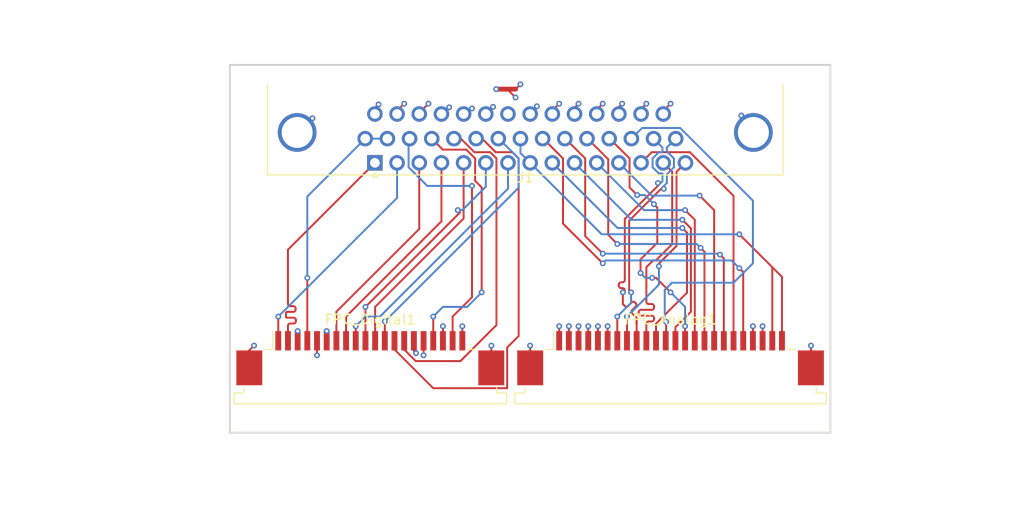
<source format=kicad_pcb>
(kicad_pcb (version 20241229) (generator "pcbnew") (generator_version "9.0")
  (layers (0 "F.Cu" signal) (4 "In1.Cu" signal) (6 "In2.Cu" signal) (2 "B.Cu" signal) (13 "F.Paste" user) (15 "B.Paste" user) (5 "F.SilkS" user "F.Silkscreen") (7 "B.SilkS" user "B.Silkscreen") (1 "F.Mask" user) (3 "B.Mask" user) (25 "Edge.Cuts" user))
  (net 0 "")
  (net 1 "AN2")
  (net 2 "sg_sense_1_FL+")
  (net 3 "AN4")
  (net 4 "GNDA")
  (net 5 "5V_ref")
  (net 6 "11V1")
  (net 7 "B-")
  (net 8 "AN7")
  (net 9 "AN1")
  (net 10 "AN9")
  (net 11 "AN10")
  (net 12 "sg1_excite")
  (net 13 "AN6")
  (net 14 "AN3")
  (net 15 "AN5")
  (net 16 "sg2_excite")
  (net 17 "sg_sense_2_FR+")
  (net 18 "AN8")
  (net 19 "D3")
  (net 20 "GNDD")
  (net 21 "GP{slash}Int2")
  (net 22 "D1")
  (net 23 "D5")
  (net 24 "D2")
  (net 25 "CAN +")
  (net 26 "I2C_SCL")
  (net 27 "5V")
  (net 28 "D6")
  (net 29 "D4")
  (net 30 "3V3 Teensy")
  (net 31 "GP{slash}Int1")
  (net 32 "CAN -")
  (net 33 "I2C_SDA")
  (net 34 "sg_sense_1_FL-")
  (net 35 "sg_sense_2_FR-")
  (footprint "Connector_FFC-FPC:TE_2-84953-4_1x24-1MP_P1.0mm_Horizontal" (layer "F.Cu") (at 170 101.8)
    (property "Reference" "FPC_Analog1" (at 0 -4 0) (layer "F.SilkS"))
    (property "Value" "Conn_01x24")
    (fp_line (start -16.07 3.6) (end -15.045 3.6) (stroke (width 0.12)) (layer "F.SilkS"))
    (fp_line (start -16.07 4.71) (end -16.07 3.6) (stroke (width 0.12)) (layer "F.SilkS"))
    (fp_line (start -15.045 3.6) (end -15.045 3.06) (stroke (width 0.12)) (layer "F.SilkS"))
    (fp_line (start -12.89 -0.91) (end -12.065 -0.91) (stroke (width 0.12)) (layer "F.SilkS"))
    (fp_line (start -12.065 -0.91) (end -12.065 -2.71) (stroke (width 0.12)) (layer "F.SilkS"))
    (fp_line (start 12.065 -0.91) (end 12.89 -0.91) (stroke (width 0.12)) (layer "F.SilkS"))
    (fp_line (start 15.045 3.06) (end 15.045 3.6) (stroke (width 0.12)) (layer "F.SilkS"))
    (fp_line (start 15.045 3.6) (end 16.07 3.6) (stroke (width 0.12)) (layer "F.SilkS"))
    (fp_line (start 16.07 3.6) (end 16.07 4.71) (stroke (width 0.12)) (layer "F.SilkS"))
    (fp_line (start 16.07 4.71) (end -16.07 4.71) (stroke (width 0.12)) (layer "F.SilkS"))
    (pad "1" smd rect (at -11.5 -1.8) (size 0.61 2) (layers "F.Cu" "F.Mask" "F.Paste") (net 4 "GNDA"))
    (pad "2" smd rect (at -10.5 -1.8) (size 0.61 2) (layers "F.Cu" "F.Mask" "F.Paste") (net 4 "GNDA"))
    (pad "3" smd rect (at -9.5 -1.8) (size 0.61 2) (layers "F.Cu" "F.Mask" "F.Paste") (net 4 "GNDA"))
    (pad "4" smd rect (at -8.5 -1.8) (size 0.61 2) (layers "F.Cu" "F.Mask" "F.Paste") (net 4 "GNDA"))
    (pad "5" smd rect (at -7.5 -1.8) (size 0.61 2) (layers "F.Cu" "F.Mask" "F.Paste") (net 16 "sg2_excite"))
    (pad "6" smd rect (at -6.5 -1.8) (size 0.61 2) (layers "F.Cu" "F.Mask" "F.Paste") (net 12 "sg1_excite"))
    (pad "7" smd rect (at -5.5 -1.8) (size 0.61 2) (layers "F.Cu" "F.Mask" "F.Paste") (net 35 "sg_sense_2_FR-"))
    (pad "8" smd rect (at -4.5 -1.8) (size 0.61 2) (layers "F.Cu" "F.Mask" "F.Paste") (net 34 "sg_sense_1_FL-"))
    (pad "9" smd rect (at -3.5 -1.8) (size 0.61 2) (layers "F.Cu" "F.Mask" "F.Paste") (net 17 "sg_sense_2_FR+"))
    (pad "10" smd rect (at -2.5 -1.8) (size 0.61 2) (layers "F.Cu" "F.Mask" "F.Paste") (net 2 "sg_sense_1_FL+"))
    (pad "11" smd rect (at -1.5 -1.8) (size 0.61 2) (layers "F.Cu" "F.Mask" "F.Paste") (net 15 "AN5"))
    (pad "12" smd rect (at -0.5 -1.8) (size 0.61 2) (layers "F.Cu" "F.Mask" "F.Paste") (net 13 "AN6"))
    (pad "13" smd rect (at 0.5 -1.8) (size 0.61 2) (layers "F.Cu" "F.Mask" "F.Paste") (net 3 "AN4"))
    (pad "14" smd rect (at 1.5 -1.8) (size 0.61 2) (layers "F.Cu" "F.Mask" "F.Paste") (net 8 "AN7"))
    (pad "15" smd rect (at 2.5 -1.8) (size 0.61 2) (layers "F.Cu" "F.Mask" "F.Paste") (net 14 "AN3"))
    (pad "16" smd rect (at 3.5 -1.8) (size 0.61 2) (layers "F.Cu" "F.Mask" "F.Paste") (net 18 "AN8"))
    (pad "17" smd rect (at 4.5 -1.8) (size 0.61 2) (layers "F.Cu" "F.Mask" "F.Paste") (net 1 "AN2"))
    (pad "18" smd rect (at 5.5 -1.8) (size 0.61 2) (layers "F.Cu" "F.Mask" "F.Paste") (net 10 "AN9"))
    (pad "19" smd rect (at 6.5 -1.8) (size 0.61 2) (layers "F.Cu" "F.Mask" "F.Paste") (net 9 "AN1"))
    (pad "20" smd rect (at 7.5 -1.8) (size 0.61 2) (layers "F.Cu" "F.Mask" "F.Paste") (net 11 "AN10"))
    (pad "21" smd rect (at 8.5 -1.8) (size 0.61 2) (layers "F.Cu" "F.Mask" "F.Paste") (net 5 "5V_ref"))
    (pad "22" smd rect (at 9.5 -1.8) (size 0.61 2) (layers "F.Cu" "F.Mask" "F.Paste") (net 7 "B-"))
    (pad "23" smd rect (at 10.5 -1.8) (size 0.61 2) (layers "F.Cu" "F.Mask" "F.Paste") (net 6 "11V1"))
    (pad "24" smd rect (at 11.5 -1.8) (size 0.61 2) (layers "F.Cu" "F.Mask" "F.Paste") (net 6 "11V1"))
    (pad "MP" smd rect (at -14.49 1) (size 2.68 3.6) (layers "F.Cu" "F.Mask" "F.Paste") (net 4 "GNDA"))
    (pad "MP" smd rect (at 14.49 1) (size 2.68 3.6) (layers "F.Cu" "F.Mask" "F.Paste") (net 4 "GNDA"))
  )
  (footprint "Connector_FFC-FPC:TE_2-84953-0_1x20-1MP_P1.0mm_Horizontal" (layer "F.Cu") (at 139 101.8)
    (property "Reference" "FPC_Digital1" (at 0 -4 0) (layer "F.SilkS"))
    (property "Value" "Conn_01x20")
    (fp_line (start -14.07 3.6) (end -13.045 3.6) (stroke (width 0.12)) (layer "F.SilkS"))
    (fp_line (start -14.07 4.71) (end -14.07 3.6) (stroke (width 0.12)) (layer "F.SilkS"))
    (fp_line (start -13.045 3.6) (end -13.045 3.06) (stroke (width 0.12)) (layer "F.SilkS"))
    (fp_line (start -10.89 -0.91) (end -10.065 -0.91) (stroke (width 0.12)) (layer "F.SilkS"))
    (fp_line (start -10.065 -0.91) (end -10.065 -2.71) (stroke (width 0.12)) (layer "F.SilkS"))
    (fp_line (start 10.065 -0.91) (end 10.89 -0.91) (stroke (width 0.12)) (layer "F.SilkS"))
    (fp_line (start 13.045 3.06) (end 13.045 3.6) (stroke (width 0.12)) (layer "F.SilkS"))
    (fp_line (start 13.045 3.6) (end 14.07 3.6) (stroke (width 0.12)) (layer "F.SilkS"))
    (fp_line (start 14.07 3.6) (end 14.07 4.71) (stroke (width 0.12)) (layer "F.SilkS"))
    (fp_line (start 14.07 4.71) (end -14.07 4.71) (stroke (width 0.12)) (layer "F.SilkS"))
    (pad "1" smd rect (at -9.5 -1.8) (size 0.61 2) (layers "F.Cu" "F.Mask" "F.Paste") (net 32 "CAN -"))
    (pad "2" smd rect (at -8.5 -1.8) (size 0.61 2) (layers "F.Cu" "F.Mask" "F.Paste") (net 25 "CAN +"))
    (pad "3" smd rect (at -7.5 -1.8) (size 0.61 2) (layers "F.Cu" "F.Mask" "F.Paste") (net 20 "GNDD"))
    (pad "4" smd rect (at -6.5 -1.8) (size 0.61 2) (layers "F.Cu" "F.Mask" "F.Paste") (net 30 "3V3 Teensy"))
    (pad "5" smd rect (at -5.5 -1.8) (size 0.61 2) (layers "F.Cu" "F.Mask" "F.Paste") (net 27 "5V"))
    (pad "6" smd rect (at -4.5 -1.8) (size 0.61 2) (layers "F.Cu" "F.Mask" "F.Paste") (net 20 "GNDD"))
    (pad "7" smd rect (at -3.5 -1.8) (size 0.61 2) (layers "F.Cu" "F.Mask" "F.Paste") (net 26 "I2C_SCL"))
    (pad "8" smd rect (at -2.5 -1.8) (size 0.61 2) (layers "F.Cu" "F.Mask" "F.Paste") (net 33 "I2C_SDA"))
    (pad "9" smd rect (at -1.5 -1.8) (size 0.61 2) (layers "F.Cu" "F.Mask" "F.Paste") (net 22 "D1"))
    (pad "10" smd rect (at -0.5 -1.8) (size 0.61 2) (layers "F.Cu" "F.Mask" "F.Paste") (net 24 "D2"))
    (pad "11" smd rect (at 0.5 -1.8) (size 0.61 2) (layers "F.Cu" "F.Mask" "F.Paste") (net 19 "D3"))
    (pad "12" smd rect (at 1.5 -1.8) (size 0.61 2) (layers "F.Cu" "F.Mask" "F.Paste") (net 29 "D4"))
    (pad "13" smd rect (at 2.5 -1.8) (size 0.61 2) (layers "F.Cu" "F.Mask" "F.Paste") (net 23 "D5"))
    (pad "14" smd rect (at 3.5 -1.8) (size 0.61 2) (layers "F.Cu" "F.Mask" "F.Paste") (net 28 "D6"))
    (pad "15" smd rect (at 4.5 -1.8) (size 0.61 2) (layers "F.Cu" "F.Mask" "F.Paste") (net 27 "5V"))
    (pad "16" smd rect (at 5.5 -1.8) (size 0.61 2) (layers "F.Cu" "F.Mask" "F.Paste") (net 20 "GNDD"))
    (pad "17" smd rect (at 6.5 -1.8) (size 0.61 2) (layers "F.Cu" "F.Mask" "F.Paste") (net 31 "GP{slash}Int1"))
    (pad "18" smd rect (at 7.5 -1.8) (size 0.61 2) (layers "F.Cu" "F.Mask" "F.Paste") (net 20 "GNDD"))
    (pad "19" smd rect (at 8.5 -1.8) (size 0.61 2) (layers "F.Cu" "F.Mask" "F.Paste") (net 21 "GP{slash}Int2"))
    (pad "20" smd rect (at 9.5 -1.8) (size 0.61 2) (layers "F.Cu" "F.Mask" "F.Paste") (net 20 "GNDD"))
    (pad "MP" smd rect (at -12.49 1) (size 2.68 3.6) (layers "F.Cu" "F.Mask" "F.Paste") (net 20 "GNDD"))
    (pad "MP" smd rect (at 12.49 1) (size 2.68 3.6) (layers "F.Cu" "F.Mask" "F.Paste") (net 20 "GNDD"))
  )
  (footprint "NetTie:NetTie-3_SMD_Pad0.5mm" (layer "F.Cu") (at 153 74)
    (property "Reference" "NT1" (hide yes))
    (property "Value" "NetTie_3_Tee" (hide yes))
    (fp_poly (pts (xy -1 -0.25) (xy 1 -0.25) (xy 1 0.25) (xy -1 0.25)) (fill yes) (layer "F.Cu"))
    (pad "1" smd circle (at -1 0) (size 0.5 0.5) (layers "F.Cu") (net 20 "GNDD"))
    (pad "2" smd circle (at 0 0) (size 0.5 0.5) (layers "F.Cu") (net 4 "GNDA"))
    (pad "3" smd circle (at 1 0) (size 0.5 0.5) (layers "F.Cu") (net 7 "B-"))
  )
  (footprint "jade_moon_footprints:female-DB44-TE-2311770-1-" (layer "F.Cu") (at 139.475 80.365 180)
    (property "Reference" "J1" (at -15.525 -2.77 0) (layer "F.SilkS"))
    (property "Value" "DB44_Female")
    (fp_line (start 11.085 -2.5) (end 11.085 6.77) (stroke (width 0.12)) (layer "F.SilkS"))
    (fp_line (start 0.25 -2.724338) (end 0 -2.291325) (stroke (width 0.12)) (layer "F.SilkS"))
    (fp_line (start 0 -2.291325) (end -0.25 -2.724338) (stroke (width 0.12)) (layer "F.SilkS"))
    (fp_line (start -0.25 -2.724338) (end 0.25 -2.724338) (stroke (width 0.12)) (layer "F.SilkS"))
    (fp_line (start -42.135 6.77) (end -42.135 -2.5) (stroke (width 0.12)) (layer "F.SilkS"))
    (fp_line (start -42.135 -2.5) (end 11.085 -2.5) (stroke (width 0.12)) (layer "F.SilkS"))
    (pad "0" thru_hole circle (at -39.075 1.89 180) (size 4 4) (drill 3.2) (layers "*.Cu" "*.Mask") (net 4 "GNDA"))
    (pad "0" thru_hole circle (at 8.025 1.89 180) (size 4 4) (drill 3.2) (layers "*.Cu" "*.Mask") (net 20 "GNDD"))
    (pad "1" thru_hole rect (at 0 -1.25 180) (size 1.6 1.6) (drill 1) (layers "*.Cu" "*.Mask") (net 25 "CAN +"))
    (pad "2" thru_hole circle (at -2.29 -1.25 180) (size 1.6 1.6) (drill 1) (layers "*.Cu" "*.Mask") (net 32 "CAN -"))
    (pad "3" thru_hole circle (at -4.58 -1.25 180) (size 1.6 1.6) (drill 1) (layers "*.Cu" "*.Mask") (net 26 "I2C_SCL"))
    (pad "4" thru_hole circle (at -6.87 -1.25 180) (size 1.6 1.6) (drill 1) (layers "*.Cu" "*.Mask") (net 33 "I2C_SDA"))
    (pad "5" thru_hole circle (at -9.16 -1.25 180) (size 1.6 1.6) (drill 1) (layers "*.Cu" "*.Mask") (net 19 "D3"))
    (pad "6" thru_hole circle (at -11.45 -1.25 180) (size 1.6 1.6) (drill 1) (layers "*.Cu" "*.Mask") (net 24 "D2"))
    (pad "7" thru_hole circle (at -13.74 -1.25 180) (size 1.6 1.6) (drill 1) (layers "*.Cu" "*.Mask") (net 22 "D1"))
    (pad "8" thru_hole circle (at -16.03 -1.25 180) (size 1.6 1.6) (drill 1) (layers "*.Cu" "*.Mask") (net 6 "11V1"))
    (pad "9" thru_hole circle (at -18.32 -1.25 180) (size 1.6 1.6) (drill 1) (layers "*.Cu" "*.Mask") (net 15 "AN5"))
    (pad "10" thru_hole circle (at -20.61 -1.25 180) (size 1.6 1.6) (drill 1) (layers "*.Cu" "*.Mask") (net 3 "AN4"))
    (pad "11" thru_hole circle (at -22.9 -1.25 180) (size 1.6 1.6) (drill 1) (layers "*.Cu" "*.Mask") (net 14 "AN3"))
    (pad "12" thru_hole circle (at -25.19 -1.25 180) (size 1.6 1.6) (drill 1) (layers "*.Cu" "*.Mask") (net 1 "AN2"))
    (pad "13" thru_hole circle (at -27.48 -1.25 180) (size 1.6 1.6) (drill 1) (layers "*.Cu" "*.Mask") (net 9 "AN1"))
    (pad "14" thru_hole circle (at -29.77 -1.25 180) (size 1.6 1.6) (drill 1) (layers "*.Cu" "*.Mask") (net 2 "sg_sense_1_FL+"))
    (pad "15" thru_hole circle (at -32.06 -1.25 180) (size 1.6 1.6) (drill 1) (layers "*.Cu" "*.Mask") (net 34 "sg_sense_1_FL-"))
    (pad "16" thru_hole circle (at 1 1.25 180) (size 1.6 1.6) (drill 1) (layers "*.Cu" "*.Mask") (net 30 "3V3 Teensy"))
    (pad "17" thru_hole circle (at -1.29 1.25 180) (size 1.6 1.6) (drill 1) (layers "*.Cu" "*.Mask") (net 30 "3V3 Teensy"))
    (pad "18" thru_hole circle (at -3.58 1.25 180) (size 1.6 1.6) (drill 1) (layers "*.Cu" "*.Mask") (net 21 "GP{slash}Int2"))
    (pad "19" thru_hole circle (at -5.87 1.25 180) (size 1.6 1.6) (drill 1) (layers "*.Cu" "*.Mask") (net 31 "GP{slash}Int1"))
    (pad "20" thru_hole circle (at -8.16 1.25 180) (size 1.6 1.6) (drill 1) (layers "*.Cu" "*.Mask") (net 28 "D6"))
    (pad "21" thru_hole circle (at -10.45 1.25 180) (size 1.6 1.6) (drill 1) (layers "*.Cu" "*.Mask") (net 23 "D5"))
    (pad "22" thru_hole circle (at -12.74 1.25 180) (size 1.6 1.6) (drill 1) (layers "*.Cu" "*.Mask") (net 29 "D4"))
    (pad "23" thru_hole circle (at -15.03 1.25 180) (size 1.6 1.6) (drill 1) (layers "*.Cu" "*.Mask") (net 6 "11V1"))
    (pad "24" thru_hole circle (at -17.32 1.25 180) (size 1.6 1.6) (drill 1) (layers "*.Cu" "*.Mask") (net 11 "AN10"))
    (pad "25" thru_hole circle (at -19.61 1.25 180) (size 1.6 1.6) (drill 1) (layers "*.Cu" "*.Mask") (net 10 "AN9"))
    (pad "26" thru_hole circle (at -21.9 1.25 180) (size 1.6 1.6) (drill 1) (layers "*.Cu" "*.Mask") (net 18 "AN8"))
    (pad "27" thru_hole circle (at -24.19 1.25 180) (size 1.6 1.6) (drill 1) (layers "*.Cu" "*.Mask") (net 8 "AN7"))
    (pad "28" thru_hole circle (at -26.48 1.25 180) (size 1.6 1.6) (drill 1) (layers "*.Cu" "*.Mask") (net 13 "AN6"))
    (pad "29" thru_hole circle (at -28.77 1.25 180) (size 1.6 1.6) (drill 1) (layers "*.Cu" "*.Mask") (net 17 "sg_sense_2_FR+"))
    (pad "30" thru_hole circle (at -31.06 1.25 180) (size 1.6 1.6) (drill 1) (layers "*.Cu" "*.Mask") (net 35 "sg_sense_2_FR-"))
    (pad "31" thru_hole circle (at 0 3.8 180) (size 1.6 1.6) (drill 1) (layers "*.Cu" "*.Mask") (net 20 "GNDD"))
    (pad "32" thru_hole circle (at -2.29 3.8 180) (size 1.6 1.6) (drill 1) (layers "*.Cu" "*.Mask") (net 20 "GNDD"))
    (pad "33" thru_hole circle (at -4.58 3.8 180) (size 1.6 1.6) (drill 1) (layers "*.Cu" "*.Mask") (net 20 "GNDD"))
    (pad "34" thru_hole circle (at -6.87 3.8 180) (size 1.6 1.6) (drill 1) (layers "*.Cu" "*.Mask") (net 20 "GNDD"))
    (pad "35" thru_hole circle (at -9.16 3.8 180) (size 1.6 1.6) (drill 1) (layers "*.Cu" "*.Mask") (net 27 "5V"))
    (pad "36" thru_hole circle (at -11.45 3.8 180) (size 1.6 1.6) (drill 1) (layers "*.Cu" "*.Mask") (net 27 "5V"))
    (pad "37" thru_hole circle (at -13.74 3.8 180) (size 1.6 1.6) (drill 1) (layers "*.Cu" "*.Mask") (net 7 "B-"))
    (pad "38" thru_hole circle (at -16.03 3.8 180) (size 1.6 1.6) (drill 1) (layers "*.Cu" "*.Mask") (net 27 "5V"))
    (pad "39" thru_hole circle (at -18.32 3.8 180) (size 1.6 1.6) (drill 1) (layers "*.Cu" "*.Mask") (net 4 "GNDA"))
    (pad "40" thru_hole circle (at -20.61 3.8 180) (size 1.6 1.6) (drill 1) (layers "*.Cu" "*.Mask") (net 4 "GNDA"))
    (pad "41" thru_hole circle (at -22.9 3.8 180) (size 1.6 1.6) (drill 1) (layers "*.Cu" "*.Mask") (net 4 "GNDA"))
    (pad "42" thru_hole circle (at -25.19 3.8 180) (size 1.6 1.6) (drill 1) (layers "*.Cu" "*.Mask") (net 4 "GNDA"))
    (pad "43" thru_hole circle (at -27.48 3.8 180) (size 1.6 1.6) (drill 1) (layers "*.Cu" "*.Mask") (net 12 "sg1_excite"))
    (pad "44" thru_hole circle (at -29.77 3.8 180) (size 1.6 1.6) (drill 1) (layers "*.Cu" "*.Mask") (net 16 "sg2_excite"))
  )
  (gr_line (start 186.5 71.5) (end 124.5 71.5) (stroke (width 0.2)) (layer "Edge.Cuts"))
  (gr_line (start 124.5 71.5) (end 124.5 109.5) (stroke (width 0.2)) (layer "Edge.Cuts"))
  (gr_line (start 186.5 109.5) (end 186.5 71.5) (stroke (width 0.2)) (layer "Edge.Cuts"))
  (gr_line (start 124.5 109.5) (end 186.5 109.5) (stroke (width 0.2)) (layer "Edge.Cuts"))
  (segment (start 173 85) (end 174.5 86.5) (width 0.2) (layer "F.Cu") (net 1))
  (segment (start 174.5 86.5) (end 174.5 100) (width 0.2) (layer "F.Cu") (net 1))
  (via (at 173 85) (size 0.6) (drill 0.3) (layers "F.Cu" "B.Cu") (net 1))
  (segment (start 168.05 85) (end 173 85) (width 0.2) (layer "B.Cu") (net 1))
  (segment (start 164.665 81.615) (end 168.05 85) (width 0.2) (layer "B.Cu") (net 1))
  (segment (start 167.74 96.803901) (end 168.053859 96.803901) (width 0.2) (layer "F.Cu") (net 2))
  (segment (start 167.5 100) (end 167.5 98.243901) (width 0.2) (layer "F.Cu") (net 2))
  (segment (start 168.199479 91.699479) (end 168.482322 91.699479) (width 0.2) (layer "F.Cu") (net 2))
  (segment (start 168.293859 96.563901) (end 168.293859 96.443901) (width 0.2) (layer "F.Cu") (net 2))
  (segment (start 168.053871 97.403901) (end 167.74 97.403901) (width 0.2) (layer "F.Cu") (net 2))
  (segment (start 167.74 97.403901) (end 167.5 97.403901) (width 0.2) (layer "F.Cu") (net 2))
  (segment (start 166.706129 97.163901) (end 166.706129 97.043901) (width 0.2) (layer "F.Cu") (net 2))
  (segment (start 167.5 95.843901) (end 167.5 94.487804) (width 0.2) (layer "F.Cu") (net 2))
  (segment (start 167.5 95.963901) (end 167.5 95.843901) (width 0.2) (layer "F.Cu") (net 2))
  (segment (start 168.293871 97.763901) (end 168.293871 97.643901) (width 0.2) (layer "F.Cu") (net 2))
  (segment (start 166.946129 96.803901) (end 167.5 96.803901) (width 0.2) (layer "F.Cu") (net 2))
  (segment (start 170.164999 90.016802) (end 170.164999 82.534999) (width 0.2) (layer "F.Cu") (net 2))
  (segment (start 167.5 94.487804) (end 167.5 92.398958) (width 0.2) (layer "F.Cu") (net 2))
  (segment (start 168.482322 91.699479) (end 170.164999 90.016802) (width 0.2) (layer "F.Cu") (net 2))
  (segment (start 167.5 97.403901) (end 166.946129 97.403901) (width 0.2) (layer "F.Cu") (net 2))
  (segment (start 167.5 96.803901) (end 167.74 96.803901) (width 0.2) (layer "F.Cu") (net 2))
  (segment (start 167.5 92.398958) (end 168.199479 91.699479) (width 0.2) (layer "F.Cu") (net 2))
  (segment (start 167.74 98.003901) (end 168.053871 98.003901) (width 0.2) (layer "F.Cu") (net 2))
  (segment (start 170.164999 82.534999) (end 169.245 81.615) (width 0.2) (layer "F.Cu") (net 2))
  (segment (start 168.053859 96.203901) (end 167.74 96.203901) (width 0.2) (layer "F.Cu") (net 2))
  (arc (start 168.053871 98.003901) (mid 168.223577 97.933607) (end 168.293871 97.763901) (width 0.2) (layer "F.Cu") (net 2))
  (arc (start 167.5 98.243901) (mid 167.570294 98.074195) (end 167.74 98.003901) (width 0.2) (layer "F.Cu") (net 2))
  (arc (start 166.946129 97.403901) (mid 166.776423 97.333607) (end 166.706129 97.163901) (width 0.2) (layer "F.Cu") (net 2))
  (arc (start 168.293859 96.443901) (mid 168.223565 96.274195) (end 168.053859 96.203901) (width 0.2) (layer "F.Cu") (net 2))
  (arc (start 167.74 96.203901) (mid 167.570294 96.133607) (end 167.5 95.963901) (width 0.2) (layer "F.Cu") (net 2))
  (arc (start 168.293871 97.643901) (mid 168.223577 97.474195) (end 168.053871 97.403901) (width 0.2) (layer "F.Cu") (net 2))
  (arc (start 168.053859 96.803901) (mid 168.223565 96.733607) (end 168.293859 96.563901) (width 0.2) (layer "F.Cu") (net 2))
  (arc (start 166.706129 97.043901) (mid 166.776423 96.874195) (end 166.946129 96.803901) (width 0.2) (layer "F.Cu") (net 2))
  (segment (start 172.099 88.383999) (end 172.099 97) (width 0.2) (layer "F.Cu") (net 3))
  (segment (start 170.5 98.599) (end 170.5 100) (width 0.2) (layer "F.Cu") (net 3))
  (segment (start 172.099 97) (end 170.5 98.599) (width 0.2) (layer "F.Cu") (net 3))
  (segment (start 171.215001 87.5) (end 172.099 88.383999) (width 0.2) (layer "F.Cu") (net 3))
  (via (at 171.215001 87.5) (size 0.6) (drill 0.3) (layers "F.Cu" "B.Cu") (net 3))
  (segment (start 165.97 87.5) (end 171.215001 87.5) (width 0.2) (layer "B.Cu") (net 3))
  (segment (start 160.085 81.615) (end 165.97 87.5) (width 0.2) (layer "B.Cu") (net 3))
  (segment (start 157.795 76.565) (end 157.795 76.205) (width 0.2) (layer "F.Cu") (net 4))
  (segment (start 178.55 78.475) (end 178.55 77.970321) (width 0.2) (layer "F.Cu") (net 4))
  (segment (start 155.51 102.8) (end 155.51 100.51) (width 0.2) (layer "F.Cu") (net 4))
  (segment (start 164.665 76.565) (end 164.665 75.835) (width 0.2) (layer "F.Cu") (net 4))
  (segment (start 160.5 100) (end 160.5 98.5) (width 0.2) (layer "F.Cu") (net 4))
  (segment (start 184.49 100.51) (end 184.5 100.5) (width 0.2) (layer "F.Cu") (net 4))
  (segment (start 153 74) (end 153.136 74) (width 0.2) (layer "F.Cu") (net 4))
  (segment (start 160.085 75.915) (end 160.5 75.5) (width 0.2) (layer "F.Cu") (net 4))
  (segment (start 178.55 77.970321) (end 177.303148 76.723469) (width 0.2) (layer "F.Cu") (net 4))
  (segment (start 164.665 75.835) (end 165 75.5) (width 0.2) (layer "F.Cu") (net 4))
  (segment (start 153.136 74) (end 154 74.864) (width 0.2) (layer "F.Cu") (net 4))
  (segment (start 160.085 76.565) (end 160.085 75.915) (width 0.2) (layer "F.Cu") (net 4))
  (segment (start 158.5 100) (end 158.5 98.5) (width 0.2) (layer "F.Cu") (net 4))
  (segment (start 162.375 76.125) (end 163 75.5) (width 0.2) (layer "F.Cu") (net 4))
  (segment (start 159.5 100) (end 159.5 98.5) (width 0.2) (layer "F.Cu") (net 4))
  (segment (start 184.49 102.8) (end 184.49 100.51) (width 0.2) (layer "F.Cu") (net 4))
  (segment (start 161.5 100) (end 161.5 98.5) (width 0.2) (layer "F.Cu") (net 4))
  (segment (start 155.51 100.51) (end 155.5 100.5) (width 0.2) (layer "F.Cu") (net 4))
  (segment (start 162.375 76.565) (end 162.375 76.125) (width 0.2) (layer "F.Cu") (net 4))
  (segment (start 157.795 76.205) (end 158.5 75.5) (width 0.2) (layer "F.Cu") (net 4))
  (via (at 184.5 100.5) (size 0.6) (drill 0.3) (layers "F.Cu" "B.Cu") (net 4))
  (via (at 161.5 98.5) (size 0.6) (drill 0.3) (layers "F.Cu" "B.Cu") (net 4))
  (via (at 154 74.864) (size 0.6) (drill 0.3) (layers "F.Cu" "B.Cu") (net 4))
  (via (at 158.5 75.5) (size 0.6) (drill 0.3) (layers "F.Cu" "B.Cu") (net 4))
  (via (at 159.5 98.5) (size 0.6) (drill 0.3) (layers "F.Cu" "B.Cu") (net 4))
  (via (at 155.5 100.5) (size 0.6) (drill 0.3) (layers "F.Cu" "B.Cu") (net 4))
  (via (at 165 75.5) (size 0.6) (drill 0.3) (layers "F.Cu" "B.Cu") (net 4))
  (via (at 158.5 98.5) (size 0.6) (drill 0.3) (layers "F.Cu" "B.Cu") (net 4))
  (via (at 160.5 75.5) (size 0.6) (drill 0.3) (layers "F.Cu" "B.Cu") (net 4))
  (via (at 160.5 98.5) (size 0.6) (drill 0.3) (layers "F.Cu" "B.Cu") (net 4))
  (via (at 177.303148 76.723469) (size 0.6) (drill 0.3) (layers "F.Cu" "B.Cu") (net 4))
  (via (at 163 75.5) (size 0.6) (drill 0.3) (layers "F.Cu" "B.Cu") (net 4))
  (segment (start 178.5 100) (end 178.5 98.5) (width 0.2) (layer "F.Cu") (net 5))
  (via (at 178.5 98.5) (size 0.6) (drill 0.3) (layers "F.Cu" "B.Cu") (net 5))
  (segment (start 181.5 93.4) (end 180.5 92.4) (width 0.2) (layer "F.Cu") (net 6))
  (segment (start 180.5 92.4) (end 180.5 100) (width 0.2) (layer "F.Cu") (net 6))
  (segment (start 177.1 89) (end 180.5 92.4) (width 0.2) (layer "F.Cu") (net 6))
  (segment (start 181.5 100) (end 181.5 93.4) (width 0.2) (layer "F.Cu") (net 6))
  (via (at 177.1 89) (size 0.6) (drill 0.3) (layers "F.Cu" "B.Cu") (net 6))
  (segment (start 155.505 81.615) (end 162.89 89) (width 0.2) (layer "B.Cu") (net 6))
  (segment (start 154.505 79.115) (end 154.505 80.615) (width 0.2) (layer "B.Cu") (net 6))
  (segment (start 162.89 89) (end 177.1 89) (width 0.2) (layer "B.Cu") (net 6))
  (segment (start 154.505 80.615) (end 155.505 81.615) (width 0.2) (layer "B.Cu") (net 6))
  (segment (start 179.5 100) (end 179.5 98.5) (width 0.2) (layer "F.Cu") (net 7))
  (segment (start 154 74) (end 154.5 73.5) (width 0.2) (layer "F.Cu") (net 7))
  (via (at 154.5 73.5) (size 0.6) (drill 0.3) (layers "F.Cu" "B.Cu") (net 7))
  (via (at 179.5 98.5) (size 0.6) (drill 0.3) (layers "F.Cu" "B.Cu") (net 7))
  (segment (start 166.9 93) (end 166.9 91.6) (width 0.2) (layer "F.Cu") (net 8))
  (segment (start 168.5 93.5) (end 170 95) (width 0.2) (layer "F.Cu") (net 8))
  (segment (start 163.72205 79.115) (end 165.766 81.15895) (width 0.2) (layer "F.Cu") (net 8))
  (segment (start 165.766 81.15895) (end 165.766 84.15747) (width 0.2) (layer "F.Cu") (net 8))
  (segment (start 168.1 93.5) (end 168.5 93.5) (width 0.2) (layer "F.Cu") (net 8))
  (segment (start 171.5 98.5) (end 171.5 100) (width 0.2) (layer "F.Cu") (net 8))
  (segment (start 168.629276 89.870724) (end 168.629276 86.236001) (width 0.2) (layer "F.Cu") (net 8))
  (segment (start 165.766 84.15747) (end 166.554265 84.945735) (width 0.2) (layer "F.Cu") (net 8))
  (segment (start 166.9 91.6) (end 168.629276 89.870724) (width 0.2) (layer "F.Cu") (net 8))
  (segment (start 168.629276 86.236001) (end 168.280002 85.886727) (width 0.2) (layer "F.Cu") (net 8))
  (segment (start 163.665 79.115) (end 163.72205 79.115) (width 0.2) (layer "F.Cu") (net 8))
  (via (at 166.554265 84.945735) (size 0.6) (drill 0.3) (layers "F.Cu" "B.Cu") (net 8))
  (via (at 170 95) (size 0.6) (drill 0.3) (layers "F.Cu" "B.Cu") (net 8))
  (via (at 171.5 98.5) (size 0.6) (drill 0.3) (layers "F.Cu" "B.Cu") (net 8))
  (via (at 168.1 93.5) (size 0.6) (drill 0.3) (layers "F.Cu" "B.Cu") (net 8))
  (via (at 168.280002 85.886727) (size 0.6) (drill 0.3) (layers "F.Cu" "B.Cu") (net 8))
  (via (at 166.9 93) (size 0.6) (drill 0.3) (layers "F.Cu" "B.Cu") (net 8))
  (segment (start 170 95) (end 171.5 96.5) (width 0.2) (layer "B.Cu") (net 8))
  (segment (start 167.4 93.5) (end 168.1 93.5) (width 0.2) (layer "B.Cu") (net 8))
  (segment (start 167.33901 84.945735) (end 168.280002 85.886727) (width 0.2) (layer "B.Cu") (net 8))
  (segment (start 171.5 96.5) (end 171.5 98.5) (width 0.2) (layer "B.Cu") (net 8))
  (segment (start 166.554265 84.945735) (end 167.33901 84.945735) (width 0.2) (layer "B.Cu") (net 8))
  (segment (start 166.9 93) (end 167.4 93.5) (width 0.2) (layer "B.Cu") (net 8))
  (segment (start 171.99105 80.514) (end 176.5 85.02295) (width 0.2) (layer "F.Cu") (net 9))
  (segment (start 166.955 81.615) (end 168.056 80.514) (width 0.2) (layer "F.Cu") (net 9))
  (segment (start 168.056 80.514) (end 171.99105 80.514) (width 0.2) (layer "F.Cu") (net 9))
  (segment (start 176.5 85.02295) (end 176.5 100) (width 0.2) (layer "F.Cu") (net 9))
  (segment (start 175.5 91.499521) (end 175.5 100) (width 0.2) (layer "F.Cu") (net 10))
  (segment (start 159.085 79.115) (end 159.14205 79.115) (width 0.2) (layer "F.Cu") (net 10))
  (segment (start 175.1 91.099521) (end 175.5 91.499521) (width 0.2) (layer "F.Cu") (net 10))
  (segment (start 161.186 89.186) (end 163 91) (width 0.2) (layer "F.Cu") (net 10))
  (segment (start 159.14205 79.115) (end 161.186 81.15895) (width 0.2) (layer "F.Cu") (net 10))
  (segment (start 161.186 81.15895) (end 161.186 89.186) (width 0.2) (layer "F.Cu") (net 10))
  (via (at 163 91) (size 0.6) (drill 0.3) (layers "F.Cu" "B.Cu") (net 10))
  (via (at 175.1 91.099521) (size 0.6) (drill 0.3) (layers "F.Cu" "B.Cu") (net 10))
  (segment (start 163 91) (end 175.000479 91) (width 0.2) (layer "B.Cu") (net 10))
  (segment (start 175.000479 91) (end 175.1 91.099521) (width 0.2) (layer "B.Cu") (net 10))
  (segment (start 156.795 79.115) (end 156.85205 79.115) (width 0.2) (layer "F.Cu") (net 11))
  (segment (start 177.5 92.9) (end 177.5 100) (width 0.2) (layer "F.Cu") (net 11))
  (segment (start 158.896 87.896) (end 163 92) (width 0.2) (layer "F.Cu") (net 11))
  (segment (start 156.85205 79.115) (end 158.896 81.15895) (width 0.2) (layer "F.Cu") (net 11))
  (segment (start 158.896 81.15895) (end 158.896 87.896) (width 0.2) (layer "F.Cu") (net 11))
  (segment (start 177.1 92.5) (end 177.5 92.9) (width 0.2) (layer "F.Cu") (net 11))
  (via (at 177.1 92.5) (size 0.6) (drill 0.3) (layers "F.Cu" "B.Cu") (net 11))
  (via (at 163 92) (size 0.6) (drill 0.3) (layers "F.Cu" "B.Cu") (net 11))
  (segment (start 176.299521 91.699521) (end 177.1 92.5) (width 0.2) (layer "B.Cu") (net 11))
  (segment (start 163.300479 91.699521) (end 176.299521 91.699521) (width 0.2) (layer "B.Cu") (net 11))
  (segment (start 163 92) (end 163.300479 91.699521) (width 0.2) (layer "B.Cu") (net 11))
  (segment (start 166.955 76.565) (end 166.955 76.045) (width 0.2) (layer "F.Cu") (net 12))
  (segment (start 166.955 76.045) (end 167.5 75.5) (width 0.2) (layer "F.Cu") (net 12))
  (segment (start 163.5 100) (end 163.5 98.5) (width 0.2) (layer "F.Cu") (net 12))
  (via (at 167.5 75.5) (size 0.6) (drill 0.3) (layers "F.Cu" "B.Cu") (net 12))
  (via (at 163.5 98.5) (size 0.6) (drill 0.3) (layers "F.Cu" "B.Cu") (net 12))
  (segment (start 169.539243 98.039243) (end 169.539243 99.960757) (width 0.2) (layer "F.Cu") (net 13))
  (segment (start 169.539243 99.960757) (end 169.5 100) (width 0.2) (layer "F.Cu") (net 13))
  (via (at 169.539243 98.039243) (size 0.6) (drill 0.3) (layers "F.Cu" "B.Cu") (net 13))
  (segment (start 178.5 92) (end 176.5 94) (width 0.2) (layer "B.Cu") (net 13))
  (segment (start 167.056 78.014) (end 170.99105 78.014) (width 0.2) (layer "B.Cu") (net 13))
  (segment (start 170.99105 78.014) (end 178.5 85.52295) (width 0.2) (layer "B.Cu") (net 13))
  (segment (start 178.5 91.5) (end 178.5 92) (width 0.2) (layer "B.Cu") (net 13))
  (segment (start 178.5 85.52295) (end 178.5 91.5) (width 0.2) (layer "B.Cu") (net 13))
  (segment (start 175.5 94) (end 170.5 94) (width 0.2) (layer "B.Cu") (net 13))
  (segment (start 170.5 94) (end 170.150057 94) (width 0.2) (layer "B.Cu") (net 13))
  (segment (start 176.5 94) (end 175.5 94) (width 0.2) (layer "B.Cu") (net 13))
  (segment (start 165.955 79.115) (end 167.056 78.014) (width 0.2) (layer "B.Cu") (net 13))
  (segment (start 169.399 97.899) (end 169.539243 98.039243) (width 0.2) (layer "B.Cu") (net 13))
  (segment (start 170.150057 94) (end 169.399 94.751057) (width 0.2) (layer "B.Cu") (net 13))
  (segment (start 169.399 94.751057) (end 169.399 97.899) (width 0.2) (layer "B.Cu") (net 13))
  (segment (start 171.5 86.5) (end 172.5 87.5) (width 0.2) (layer "F.Cu") (net 14))
  (segment (start 172.5 87.5) (end 172.5 100) (width 0.2) (layer "F.Cu") (net 14))
  (via (at 171.5 86.5) (size 0.6) (drill 0.3) (layers "F.Cu" "B.Cu") (net 14))
  (segment (start 162.375 81.615) (end 167.26 86.5) (width 0.2) (layer "B.Cu") (net 14))
  (segment (start 167.26 86.5) (end 171.5 86.5) (width 0.2) (layer "B.Cu") (net 14))
  (segment (start 171.698 88.831527) (end 171.698 95.031956) (width 0.2) (layer "F.Cu") (net 15))
  (segment (start 171.215001 88.348528) (end 171.698 88.831527) (width 0.2) (layer "F.Cu") (net 15))
  (segment (start 171.698 95.031956) (end 168.5 98.229956) (width 0.2) (layer "F.Cu") (net 15))
  (segment (start 168.5 98.229956) (end 168.5 100) (width 0.2) (layer "F.Cu") (net 15))
  (via (at 171.215001 88.348528) (size 0.6) (drill 0.3) (layers "F.Cu" "B.Cu") (net 15))
  (segment (start 164.528528 88.348528) (end 171.215001 88.348528) (width 0.2) (layer "B.Cu") (net 15))
  (segment (start 157.795 81.615) (end 164.528528 88.348528) (width 0.2) (layer "B.Cu") (net 15))
  (segment (start 162.5 100) (end 162.5 98.5) (width 0.2) (layer "F.Cu") (net 16))
  (segment (start 169.245 76.565) (end 169.245 76.255) (width 0.2) (layer "F.Cu") (net 16))
  (segment (start 169.245 76.255) (end 170 75.5) (width 0.2) (layer "F.Cu") (net 16))
  (via (at 162.5 98.5) (size 0.6) (drill 0.3) (layers "F.Cu" "B.Cu") (net 16))
  (via (at 170 75.5) (size 0.6) (drill 0.3) (layers "F.Cu" "B.Cu") (net 16))
  (segment (start 165.98381 96.038972) (end 165.616114 96.406667) (width 0.2) (layer "F.Cu") (net 17))
  (segment (start 165.274999 87.406802) (end 168.699479 83.982322) (width 0.2) (layer "F.Cu") (net 17))
  (segment (start 166.5 100) (end 166.5 98.215914) (width 0.2) (layer "F.Cu") (net 17))
  (segment (start 164.658423 94.320001) (end 164.658423 94.200001) (width 0.2) (layer "F.Cu") (net 17))
  (segment (start 165.034999 94.560001) (end 164.898423 94.560001) (width 0.2) (layer "F.Cu") (net 17))
  (segment (start 165.276703 96.406667) (end 165.191851 96.321815) (width 0.2) (layer "F.Cu") (net 17))
  (segment (start 166.5 98.215914) (end 166.5 97.629964) (width 0.2) (layer "F.Cu") (net 17))
  (segment (start 165.203497 94.871503) (end 165.274999 94.800001) (width 0.2) (layer "F.Cu") (net 17))
  (segment (start 166.5 97.629964) (end 166.04038 97.170344) (width 0.2) (layer "F.Cu") (net 17))
  (segment (start 165.274999 93.720001) (end 165.274999 93.600001) (width 0.2) (layer "F.Cu") (net 17))
  (segment (start 166.408075 96.123825) (end 166.323222 96.038972) (width 0.2) (layer "F.Cu") (net 17))
  (segment (start 165.075 95) (end 165.203497 94.871503) (width 0.2) (layer "F.Cu") (net 17))
  (segment (start 165.274999 93.600001) (end 165.274999 89.913836) (width 0.2) (layer "F.Cu") (net 17))
  (segment (start 166.04038 96.830932) (end 166.408075 96.463236) (width 0.2) (layer "F.Cu") (net 17))
  (segment (start 165.274999 89.913836) (end 165.274999 87.406802) (width 0.2) (layer "F.Cu") (net 17))
  (segment (start 165.191851 96.321815) (end 165.075 96.204964) (width 0.2) (layer "F.Cu") (net 17))
  (segment (start 165.075 96.204964) (end 165.075 95) (width 0.2) (layer "F.Cu") (net 17))
  (segment (start 168.699479 83.982322) (end 168.699479 83.699479) (width 0.2) (layer "F.Cu") (net 17))
  (segment (start 164.898423 93.960001) (end 165.034999 93.960001) (width 0.2) (layer "F.Cu") (net 17))
  (via (at 168.699479 83.699479) (size 0.6) (drill 0.3) (layers "F.Cu" "B.Cu") (net 17))
  (via (at 165.075 95) (size 0.6) (drill 0.3) (layers "F.Cu" "B.Cu") (net 17))
  (arc (start 166.04038 97.170344) (mid 165.970085 97.000638) (end 166.04038 96.830932) (width 0.2) (layer "F.Cu") (net 17))
  (arc (start 164.658423 94.200001) (mid 164.728717 94.030295) (end 164.898423 93.960001) (width 0.2) (layer "F.Cu") (net 17))
  (arc (start 164.898423 94.560001) (mid 164.728717 94.489707) (end 164.658423 94.320001) (width 0.2) (layer "F.Cu") (net 17))
  (arc (start 165.034999 93.960001) (mid 165.204705 93.889707) (end 165.274999 93.720001) (width 0.2) (layer "F.Cu") (net 17))
  (arc (start 165.274999 94.800001) (mid 165.204705 94.630295) (end 165.034999 94.560001) (width 0.2) (layer "F.Cu") (net 17))
  (arc (start 165.616114 96.406667) (mid 165.446408 96.476962) (end 165.276703 96.406667) (width 0.2) (layer "F.Cu") (net 17))
  (arc (start 166.323222 96.038972) (mid 166.153516 95.968677) (end 165.98381 96.038972) (width 0.2) (layer "F.Cu") (net 17))
  (arc (start 166.408075 96.463236) (mid 166.47837 96.29353) (end 166.408075 96.123825) (width 0.2) (layer "F.Cu") (net 17))
  (segment (start 169.164999 82.716) (end 169.164999 83.516802) (width 0.2) (layer "B.Cu") (net 17))
  (segment (start 168.144 81.15895) (end 168.144 82.07105) (width 0.2) (layer "B.Cu") (net 17))
  (segment (start 168.245 79.115) (end 169.164999 80.034999) (width 0.2) (layer "B.Cu") (net 17))
  (segment (start 168.78895 82.716) (end 169.164999 82.716) (width 0.2) (layer "B.Cu") (net 17))
  (segment (start 168.78895 80.514) (end 168.144 81.15895) (width 0.2) (layer "B.Cu") (net 17))
  (segment (start 169.164999 80.514) (end 168.78895 80.514) (width 0.2) (layer "B.Cu") (net 17))
  (segment (start 169.164999 83.516802) (end 168.982322 83.699479) (width 0.2) (layer "B.Cu") (net 17))
  (segment (start 169.164999 80.034999) (end 169.164999 80.514) (width 0.2) (layer "B.Cu") (net 17))
  (segment (start 168.982322 83.699479) (end 168.699479 83.699479) (width 0.2) (layer "B.Cu") (net 17))
  (segment (start 168.144 82.07105) (end 168.78895 82.716) (width 0.2) (layer "B.Cu") (net 17))
  (segment (start 163.564 89.064) (end 164.5 90) (width 0.2) (layer "F.Cu") (net 18))
  (segment (start 161.43205 79.115) (end 163.564 81.24695) (width 0.2) (layer "F.Cu") (net 18))
  (segment (start 161.375 79.115) (end 161.43205 79.115) (width 0.2) (layer "F.Cu") (net 18))
  (segment (start 163.564 81.24695) (end 163.564 89.064) (width 0.2) (layer "F.Cu") (net 18))
  (segment (start 173.1 90.4) (end 173.5 90.8) (width 0.2) (layer "F.Cu") (net 18))
  (segment (start 173.5 90.8) (end 173.5 100) (width 0.2) (layer "F.Cu") (net 18))
  (via (at 164.5 90) (size 0.6) (drill 0.3) (layers "F.Cu" "B.Cu") (net 18))
  (via (at 173.1 90.4) (size 0.6) (drill 0.3) (layers "F.Cu" "B.Cu") (net 18))
  (segment (start 172.7 90) (end 173.1 90.4) (width 0.2) (layer "B.Cu") (net 18))
  (segment (start 164.5 90) (end 172.7 90) (width 0.2) (layer "B.Cu") (net 18))
  (segment (start 148.635 87.365) (end 139.5 96.5) (width 0.2) (layer "F.Cu") (net 19))
  (segment (start 139.5 96.5) (end 139.5 100) (width 0.2) (layer "F.Cu") (net 19))
  (segment (start 148.635 81.615) (end 148.635 87.365) (width 0.2) (layer "F.Cu") (net 19))
  (segment (start 139.475 76.565) (end 139.475 75.961915) (width 0.2) (layer "F.Cu") (net 20))
  (segment (start 131.45 78.475) (end 132.91297 77.01203) (width 0.2) (layer "F.Cu") (net 20))
  (segment (start 134.5 100) (end 134.5 99) (width 0.2) (layer "F.Cu") (net 20))
  (segment (start 151.49 100.51) (end 151.5 100.5) (width 0.2) (layer "F.Cu") (net 20))
  (segment (start 151.49 102.8) (end 151.49 100.51) (width 0.2) (layer "F.Cu") (net 20))
  (segment (start 146.5 100) (end 146.5 98.5) (width 0.2) (layer "F.Cu") (net 20))
  (segment (start 139.475 75.961915) (end 139.851928 75.584987) (width 0.2) (layer "F.Cu") (net 20))
  (segment (start 141.765 76.235) (end 142.5 75.5) (width 0.2) (layer "F.Cu") (net 20))
  (segment (start 126.51 102.8) (end 126.51 100.99) (width 0.2) (layer "F.Cu") (net 20))
  (segment (start 126.51 100.99) (end 127 100.5) (width 0.2) (layer "F.Cu") (net 20))
  (segment (start 141.765 76.565) (end 141.765 76.235) (width 0.2) (layer "F.Cu") (net 20))
  (segment (start 132.91297 77.01203) (end 133.025506 77.01203) (width 0.2) (layer "F.Cu") (net 20))
  (segment (start 144.5 100) (end 144.5 101.5) (width 0.2) (layer "F.Cu") (net 20))
  (segment (start 148.5 100) (end 148.5 98.5) (width 0.2) (layer "F.Cu") (net 20))
  (segment (start 144.055 76.565) (end 144.055 76.445) (width 0.2) (layer "F.Cu") (net 20))
  (segment (start 144.055 76.445) (end 145 75.5) (width 0.2) (layer "F.Cu") (net 20))
  (segment (start 146.345 76.565) (end 146.454247 76.565) (width 0.2) (layer "F.Cu") (net 20))
  (segment (start 146.454247 76.565) (end 147.140074 75.879173) (width 0.2) (layer "F.Cu") (net 20))
  (segment (start 131.5 100) (end 131.5 99) (width 0.2) (layer "F.Cu") (net 20))
  (via (at 152 74) (size 0.6) (drill 0.3) (layers "F.Cu" "B.Cu") (net 20))
  (via (at 139.851928 75.584987) (size 0.6) (drill 0.3) (layers "F.Cu" "B.Cu") (net 20))
  (via (at 146.5 98.5) (size 0.6) (drill 0.3) (layers "F.Cu" "B.Cu") (net 20))
  (via (at 133.025506 77.01203) (size 0.6) (drill 0.3) (layers "F.Cu" "B.Cu") (net 20))
  (via (at 151.5 100.5) (size 0.6) (drill 0.3) (layers "F.Cu" "B.Cu") (net 20))
  (via (at 131.5 99) (size 0.6) (drill 0.3) (layers "F.Cu" "B.Cu") (net 20))
  (via (at 145 75.5) (size 0.6) (drill 0.3) (layers "F.Cu" "B.Cu") (net 20))
  (via (at 127 100.5) (size 0.6) (drill 0.3) (layers "F.Cu" "B.Cu") (net 20))
  (via (at 144.5 101.5) (size 0.6) (drill 0.3) (layers "F.Cu" "B.Cu") (net 20))
  (via (at 134.5 99) (size 0.6) (drill 0.3) (layers "F.Cu" "B.Cu") (net 20))
  (via (at 147.140074 75.879173) (size 0.6) (drill 0.3) (layers "F.Cu" "B.Cu") (net 20))
  (via (at 148.5 98.5) (size 0.6) (drill 0.3) (layers "F.Cu" "B.Cu") (net 20))
  (via (at 142.5 75.5) (size 0.6) (drill 0.3) (layers "F.Cu" "B.Cu") (net 20))
  (segment (start 147.5 97.5) (end 147.5 100) (width 0.2) (layer "F.Cu") (net 21))
  (segment (start 149.5 84) (end 149.5 95.5) (width 0.2) (layer "F.Cu") (net 21))
  (segment (start 149.5 95.5) (end 147.5 97.5) (width 0.2) (layer "F.Cu") (net 21))
  (via (at 149.5 84) (size 0.6) (drill 0.3) (layers "F.Cu" "B.Cu") (net 21))
  (segment (start 143.055 79.115) (end 142.954 79.216) (width 0.2) (layer "B.Cu") (net 21))
  (segment (start 144.88295 84) (end 149.5 84) (width 0.2) (layer "B.Cu") (net 21))
  (segment (start 142.954 82.07105) (end 144.88295 84) (width 0.2) (layer "B.Cu") (net 21))
  (segment (start 142.954 79.216) (end 142.954 82.07105) (width 0.2) (layer "B.Cu") (net 21))
  (segment (start 137.5 98.5) (end 137.5 100) (width 0.2) (layer "F.Cu") (net 22))
  (via (at 137.5 98.5) (size 0.6) (drill 0.3) (layers "F.Cu" "B.Cu") (net 22))
  (segment (start 153.215 84.285) (end 140 97.5) (width 0.2) (layer "B.Cu") (net 22))
  (segment (start 140 97.5) (end 138.5 97.5) (width 0.2) (layer "B.Cu") (net 22))
  (segment (start 138.5 97.5) (end 137.5 98.5) (width 0.2) (layer "B.Cu") (net 22))
  (segment (start 153.215 81.615) (end 153.215 84.285) (width 0.2) (layer "B.Cu") (net 22))
  (segment (start 153.67105 80.514) (end 154.316 81.15895) (width 0.2) (layer "F.Cu") (net 23))
  (segment (start 154.316 81.15895) (end 154.316 99.514) (width 0.2) (layer "F.Cu") (net 23))
  (segment (start 151.94815 80.514) (end 153.67105 80.514) (width 0.2) (layer "F.Cu") (net 23))
  (segment (start 141.5 100.907) (end 141.5 100) (width 0.2) (layer "F.Cu") (net 23))
  (segment (start 153.131 104.901) (end 145.494 104.901) (width 0.2) (layer "F.Cu") (net 23))
  (segment (start 153.131 100.699) (end 153.131 104.901) (width 0.2) (layer "F.Cu") (net 23))
  (segment (start 149.925 79.115) (end 150.54915 79.115) (width 0.2) (layer "F.Cu") (net 23))
  (segment (start 150.54915 79.115) (end 151.94815 80.514) (width 0.2) (layer "F.Cu") (net 23))
  (segment (start 145.494 104.901) (end 141.5 100.907) (width 0.2) (layer "F.Cu") (net 23))
  (segment (start 154.316 99.514) (end 153.131 100.699) (width 0.2) (layer "F.Cu") (net 23))
  (segment (start 149.925 79.115) (end 149.824 79.216) (width 0.2) (layer "B.Cu") (net 23))
  (segment (start 148.234 86.766) (end 138.5 96.5) (width 0.2) (layer "F.Cu") (net 24))
  (segment (start 148.035 86.5) (end 148.234 86.699) (width 0.2) (layer "F.Cu") (net 24))
  (segment (start 138.5 96.5) (end 138.5 100) (width 0.2) (layer "F.Cu") (net 24))
  (segment (start 148.234 86.699) (end 148.234 86.766) (width 0.2) (layer "F.Cu") (net 24))
  (via (at 148.035 86.5) (size 0.6) (drill 0.3) (layers "F.Cu" "B.Cu") (net 24))
  (via (at 138.5 96.5) (size 0.6) (drill 0.3) (layers "F.Cu" "B.Cu") (net 24))
  (segment (start 148.5 86.5) (end 148.035 86.5) (width 0.2) (layer "B.Cu") (net 24))
  (segment (start 150.925 84.075) (end 148.5 86.5) (width 0.2) (layer "B.Cu") (net 24))
  (segment (start 150.925 81.615) (end 150.925 84.075) (width 0.2) (layer "B.Cu") (net 24))
  (segment (start 130.3 97.517628) (end 130.3 97.117628) (width 0.2) (layer "F.Cu") (net 25))
  (segment (start 130.74 97.017628) (end 131.049524 97.017628) (width 0.2) (layer "F.Cu") (net 25))
  (segment (start 131.289524 96.777628) (end 131.289524 96.657628) (width 0.2) (layer "F.Cu") (net 25))
  (segment (start 131.07621 97.617628) (end 130.74 97.617628) (width 0.2) (layer "F.Cu") (net 25))
  (segment (start 130.5 96.057628) (end 130.5 93.72704) (width 0.2) (layer "F.Cu") (net 25))
  (segment (start 130.5 97.617628) (end 130.4 97.617628) (width 0.2) (layer "F.Cu") (net 25))
  (segment (start 130.5 96.177628) (end 130.5 96.057628) (width 0.2) (layer "F.Cu") (net 25))
  (segment (start 130.5 90.59) (end 139.475 81.615) (width 0.2) (layer "F.Cu") (net 25))
  (segment (start 130.5 100) (end 130.5 98.457628) (width 0.2) (layer "F.Cu") (net 25))
  (segment (start 130.74 98.217628) (end 131.07621 98.217628) (width 0.2) (layer "F.Cu") (net 25))
  (segment (start 130.5 97.017628) (end 130.74 97.017628) (width 0.2) (layer "F.Cu") (net 25))
  (segment (start 131.049524 96.417628) (end 130.74 96.417628) (width 0.2) (layer "F.Cu") (net 25))
  (segment (start 131.31621 97.977628) (end 131.31621 97.857628) (width 0.2) (layer "F.Cu") (net 25))
  (segment (start 130.5 93.72704) (end 130.5 90.59) (width 0.2) (layer "F.Cu") (net 25))
  (segment (start 130.4 97.017628) (end 130.5 97.017628) (width 0.2) (layer "F.Cu") (net 25))
  (segment (start 130.74 97.617628) (end 130.5 97.617628) (width 0.2) (layer "F.Cu") (net 25))
  (arc (start 130.4 97.617628) (mid 130.329289 97.588339) (end 130.3 97.517628) (width 0.2) (layer "F.Cu") (net 25))
  (arc (start 130.74 96.417628) (mid 130.570294 96.347334) (end 130.5 96.177628) (width 0.2) (layer "F.Cu") (net 25))
  (arc (start 131.049524 97.017628) (mid 131.21923 96.947334) (end 131.289524 96.777628) (width 0.2) (layer "F.Cu") (net 25))
  (arc (start 130.3 97.117628) (mid 130.329289 97.046917) (end 130.4 97.017628) (width 0.2) (layer "F.Cu") (net 25))
  (arc (start 130.5 98.457628) (mid 130.570294 98.287922) (end 130.74 98.217628) (width 0.2) (layer "F.Cu") (net 25))
  (arc (start 131.07621 98.217628) (mid 131.245916 98.147334) (end 131.31621 97.977628) (width 0.2) (layer "F.Cu") (net 25))
  (arc (start 131.31621 97.857628) (mid 131.245916 97.687922) (end 131.07621 97.617628) (width 0.2) (layer "F.Cu") (net 25))
  (arc (start 131.289524 96.657628) (mid 131.21923 96.487922) (end 131.049524 96.417628) (width 0.2) (layer "F.Cu") (net 25))
  (segment (start 144.055 88.445) (end 135.5 97) (width 0.2) (layer "F.Cu") (net 26))
  (segment (start 135.5 97) (end 135.5 100) (width 0.2) (layer "F.Cu") (net 26))
  (segment (start 144.055 81.615) (end 144.055 88.445) (width 0.2) (layer "F.Cu") (net 26))
  (segment (start 155.505 76.565) (end 155.505 76.467152) (width 0.2) (layer "F.Cu") (net 27))
  (segment (start 143.5 101.05847) (end 143.720765 101.279235) (width 0.2) (layer "F.Cu") (net 27))
  (segment (start 155.505 76.467152) (end 156.196925 75.775227) (width 0.2) (layer "F.Cu") (net 27))
  (segment (start 150.925 76.565) (end 150.938025 76.565) (width 0.2) (layer "F.Cu") (net 27))
  (segment (start 148.635 76.565) (end 148.935 76.565) (width 0.2) (layer "F.Cu") (net 27))
  (segment (start 150.938025 76.565) (end 151.673947 75.829078) (width 0.2) (layer "F.Cu") (net 27))
  (segment (start 133.5 100) (end 133.5 101.5) (width 0.2) (layer "F.Cu") (net 27))
  (segment (start 148.935 76.565) (end 149.5 76) (width 0.2) (layer "F.Cu") (net 27))
  (segment (start 143.5 100) (end 143.5 101.05847) (width 0.2) (layer "F.Cu") (net 27))
  (via (at 156.196925 75.775227) (size 0.6) (drill 0.3) (layers "F.Cu" "B.Cu") (net 27))
  (via (at 133.5 101.5) (size 0.6) (drill 0.3) (layers "F.Cu" "B.Cu") (net 27))
  (via (at 151.673947 75.829078) (size 0.6) (drill 0.3) (layers "F.Cu" "B.Cu") (net 27))
  (via (at 149.5 76) (size 0.6) (drill 0.3) (layers "F.Cu" "B.Cu") (net 27))
  (via (at 143.720765 101.279235) (size 0.6) (drill 0.3) (layers "F.Cu" "B.Cu") (net 27))
  (segment (start 152.026 98.381) (end 148.306 102.101) (width 0.2) (layer "F.Cu") (net 28))
  (segment (start 148.34715 79.115) (end 149.74615 80.514) (width 0.2) (layer "F.Cu") (net 28))
  (segment (start 148.306 102.101) (end 143.694 102.101) (width 0.2) (layer "F.Cu") (net 28))
  (segment (start 151.38105 80.514) (end 152.026 81.15895) (width 0.2) (layer "F.Cu") (net 28))
  (segment (start 149.74615 80.514) (end 151.38105 80.514) (width 0.2) (layer "F.Cu") (net 28))
  (segment (start 142.5 100.907) (end 142.5 100) (width 0.2) (layer "F.Cu") (net 28))
  (segment (start 152.026 81.15895) (end 152.026 98.381) (width 0.2) (layer "F.Cu") (net 28))
  (segment (start 147.635 79.115) (end 148.34715 79.115) (width 0.2) (layer "F.Cu") (net 28))
  (segment (start 143.694 102.101) (end 142.5 100.907) (width 0.2) (layer "F.Cu") (net 28))
  (segment (start 140.5 98) (end 140.5 100) (width 0.2) (layer "F.Cu") (net 29))
  (via (at 140.5 98) (size 0.6) (drill 0.3) (layers "F.Cu" "B.Cu") (net 29))
  (segment (start 152.27205 79.115) (end 154.316 81.15895) (width 0.2) (layer "B.Cu") (net 29))
  (segment (start 152.215 79.115) (end 152.114 79.216) (width 0.2) (layer "B.Cu") (net 29))
  (segment (start 154.316 84.184) (end 140.5 98) (width 0.2) (layer "B.Cu") (net 29))
  (segment (start 154.316 81.15895) (end 154.316 84.184) (width 0.2) (layer "B.Cu") (net 29))
  (segment (start 152.215 79.115) (end 152.27205 79.115) (width 0.2) (layer "B.Cu") (net 29))
  (segment (start 132.5 93.5) (end 132.5 100) (width 0.2) (layer "F.Cu") (net 30))
  (via (at 132.5 93.5) (size 0.6) (drill 0.3) (layers "F.Cu" "B.Cu") (net 30))
  (segment (start 140.765 79.115) (end 138.475 79.115) (width 0.2) (layer "B.Cu") (net 30))
  (segment (start 132.5 85.09) (end 132.5 93.5) (width 0.2) (layer "B.Cu") (net 30))
  (segment (start 138.475 79.115) (end 132.5 85.09) (width 0.2) (layer "B.Cu") (net 30))
  (segment (start 145.5 97.5) (end 145.5 100) (width 0.2) (layer "F.Cu") (net 31))
  (segment (start 146.47695 80.24695) (end 148.912 80.24695) (width 0.2) (layer "F.Cu") (net 31))
  (segment (start 150.5 84.150057) (end 150.5 95) (width 0.2) (layer "F.Cu") (net 31))
  (segment (start 149.824 81.15895) (end 149.824 83.474057) (width 0.2) (layer "F.Cu") (net 31))
  (segment (start 148.912 80.24695) (end 149.824 81.15895) (width 0.2) (layer "F.Cu") (net 31))
  (segment (start 145.345 79.115) (end 146.47695 80.24695) (width 0.2) (layer "F.Cu") (net 31))
  (segment (start 149.824 83.474057) (end 150.5 84.150057) (width 0.2) (layer "F.Cu") (net 31))
  (via (at 145.5 97.5) (size 0.6) (drill 0.3) (layers "F.Cu" "B.Cu") (net 31))
  (via (at 150.5 95) (size 0.6) (drill 0.3) (layers "F.Cu" "B.Cu") (net 31))
  (segment (start 146.5 96.5) (end 145.5 97.5) (width 0.2) (layer "B.Cu") (net 31))
  (segment (start 149 96.5) (end 146.5 96.5) (width 0.2) (layer "B.Cu") (net 31))
  (segment (start 150.5 95) (end 149 96.5) (width 0.2) (layer "B.Cu") (net 31))
  (segment (start 129.5 97.5) (end 129.5 100) (width 0.2) (layer "F.Cu") (net 32))
  (via (at 129.5 97.5) (size 0.6) (drill 0.3) (layers "F.Cu" "B.Cu") (net 32))
  (segment (start 141.765 81.615) (end 141.765 85.235) (width 0.2) (layer "B.Cu") (net 32))
  (segment (start 141.765 85.235) (end 129.5 97.5) (width 0.2) (layer "B.Cu") (net 32))
  (segment (start 146.345 81.615) (end 146.345 87.655) (width 0.2) (layer "F.Cu") (net 33))
  (segment (start 146.345 87.655) (end 136.5 97.5) (width 0.2) (layer "F.Cu") (net 33))
  (segment (start 136.5 97.5) (end 136.5 100) (width 0.2) (layer "F.Cu") (net 33))
  (segment (start 168.800521 92.017678) (end 168.800521 92.300521) (width 0.2) (layer "F.Cu") (net 34))
  (segment (start 171.535 81.615) (end 170.615001 82.534999) (width 0.2) (layer "F.Cu") (net 34))
  (segment (start 170.615001 90.203198) (end 168.800521 92.017678) (width 0.2) (layer "F.Cu") (net 34))
  (segment (start 165.5 97.5) (end 165.5 100) (width 0.2) (layer "F.Cu") (net 34))
  (segment (start 170.615001 82.534999) (end 170.615001 90.203198) (width 0.2) (layer "F.Cu") (net 34))
  (via (at 168.800521 92.300521) (size 0.6) (drill 0.3) (layers "F.Cu" "B.Cu") (net 34))
  (via (at 165.5 97.5) (size 0.6) (drill 0.3) (layers "F.Cu" "B.Cu") (net 34))
  (segment (start 168.800521 92.300521) (end 168.800521 94.199479) (width 0.2) (layer "B.Cu") (net 34))
  (segment (start 168.800521 94.199479) (end 165.5 97.5) (width 0.2) (layer "B.Cu") (net 34))
  (segment (start 169.017678 84.300521) (end 165.725001 87.593198) (width 0.2) (layer "F.Cu") (net 35))
  (segment (start 165.725001 94.800001) (end 165.925 95) (width 0.2) (layer "F.Cu") (net 35))
  (segment (start 164.5 97.5) (end 164.5 100) (width 0.2) (layer "F.Cu") (net 35))
  (segment (start 169.300521 84.300521) (end 169.017678 84.300521) (width 0.2) (layer "F.Cu") (net 35))
  (segment (start 165.725001 87.593198) (end 165.725001 94.800001) (width 0.2) (layer "F.Cu") (net 35))
  (via (at 169.300521 84.300521) (size 0.6) (drill 0.3) (layers "F.Cu" "B.Cu") (net 35))
  (via (at 165.925 95) (size 0.6) (drill 0.3) (layers "F.Cu" "B.Cu") (net 35))
  (via (at 164.5 97.5) (size 0.6) (drill 0.3) (layers "F.Cu" "B.Cu") (net 35))
  (segment (start 169.615001 82.802049) (end 169.615001 83.703198) (width 0.2) (layer "B.Cu") (net 35))
  (segment (start 169.615001 80.427951) (end 170.346 81.15895) (width 0.2) (layer "B.Cu") (net 35))
  (segment (start 169.615001 83.703198) (end 169.300521 84.017678) (width 0.2) (layer "B.Cu") (net 35))
  (segment (start 165.925 95) (end 165.925 96.075) (width 0.2) (layer "B.Cu") (net 35))
  (segment (start 169.300521 84.017678) (end 169.300521 84.300521) (width 0.2) (layer "B.Cu") (net 35))
  (segment (start 170.535 79.115) (end 169.615001 80.034999) (width 0.2) (layer "B.Cu") (net 35))
  (segment (start 169.615001 80.034999) (end 169.615001 80.427951) (width 0.2) (layer "B.Cu") (net 35))
  (segment (start 170.346 82.07105) (end 169.615001 82.802049) (width 0.2) (layer "B.Cu") (net 35))
  (segment (start 165.925 96.075) (end 164.5 97.5) (width 0.2) (layer "B.Cu") (net 35))
  (segment (start 170.346 81.15895) (end 170.346 82.07105) (width 0.2) (layer "B.Cu") (net 35))
)
</source>
